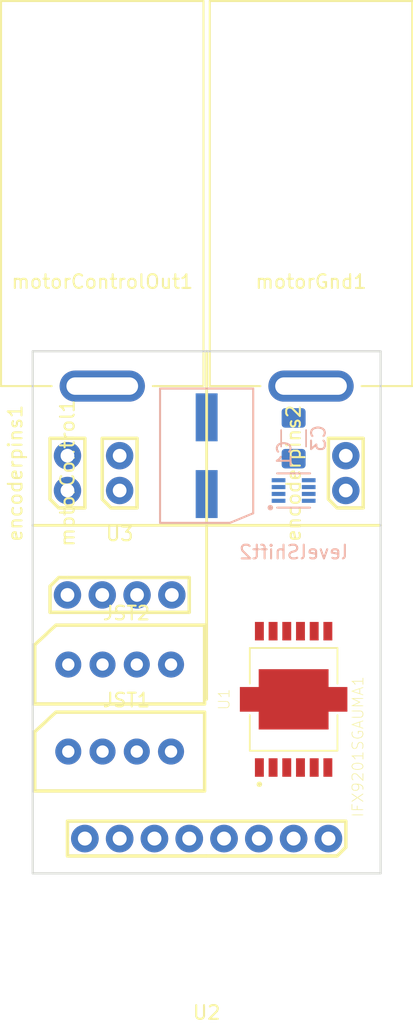
<source format=kicad_pcb>
(kicad_pcb (version 20171130) (host pcbnew "(5.0.2)-1")

  (general
    (thickness 1.6)
    (drawings 8)
    (tracks 0)
    (zones 0)
    (modules 13)
    (nets 20)
  )

  (page A4)
  (layers
    (0 F.Cu signal)
    (31 B.Cu signal)
    (32 B.Adhes user)
    (33 F.Adhes user)
    (34 B.Paste user)
    (35 F.Paste user)
    (36 B.SilkS user)
    (37 F.SilkS user)
    (38 B.Mask user)
    (39 F.Mask user)
    (40 Dwgs.User user)
    (41 Cmts.User user)
    (42 Eco1.User user)
    (43 Eco2.User user)
    (44 Edge.Cuts user)
    (45 Margin user)
    (46 B.CrtYd user)
    (47 F.CrtYd user)
    (48 B.Fab user)
    (49 F.Fab user)
  )

  (setup
    (last_trace_width 0.25)
    (trace_clearance 0.2)
    (zone_clearance 0.508)
    (zone_45_only no)
    (trace_min 0.2)
    (segment_width 0.2)
    (edge_width 0.15)
    (via_size 0.8)
    (via_drill 0.4)
    (via_min_size 0.4)
    (via_min_drill 0.3)
    (uvia_size 0.3)
    (uvia_drill 0.1)
    (uvias_allowed no)
    (uvia_min_size 0.2)
    (uvia_min_drill 0.1)
    (pcb_text_width 0.3)
    (pcb_text_size 1.5 1.5)
    (mod_edge_width 0.15)
    (mod_text_size 1 1)
    (mod_text_width 0.15)
    (pad_size 1.524 1.524)
    (pad_drill 0.762)
    (pad_to_mask_clearance 0.051)
    (solder_mask_min_width 0.25)
    (aux_axis_origin 0 0)
    (visible_elements 7FFFFFFF)
    (pcbplotparams
      (layerselection 0x010fc_ffffffff)
      (usegerberextensions false)
      (usegerberattributes false)
      (usegerberadvancedattributes false)
      (creategerberjobfile false)
      (excludeedgelayer true)
      (linewidth 0.100000)
      (plotframeref false)
      (viasonmask false)
      (mode 1)
      (useauxorigin false)
      (hpglpennumber 1)
      (hpglpenspeed 20)
      (hpglpendiameter 15.000000)
      (psnegative false)
      (psa4output false)
      (plotreference true)
      (plotvalue true)
      (plotinvisibletext false)
      (padsonsilk false)
      (subtractmaskfromsilk false)
      (outputformat 1)
      (mirror false)
      (drillshape 1)
      (scaleselection 1)
      (outputdirectory ""))
  )

  (net 0 "")
  (net 1 +14v8)
  (net 2 GND)
  (net 3 Motor1EncoderA)
  (net 4 Motor1EncoderB)
  (net 5 Motor1EncoderB_3v3)
  (net 6 Motor1EncoderA_3v3)
  (net 7 +5V)
  (net 8 +3V3)
  (net 9 motorDir1)
  (net 10 motorPwm1)
  (net 11 motorControlOut1)
  (net 12 motorGnd1)
  (net 13 mcuSO)
  (net 14 mcuSI)
  (net 15 CSN)
  (net 16 SCK)
  (net 17 sda)
  (net 18 scl)
  (net 19 +15V)

  (net_class Default "This is the default net class."
    (clearance 0.2)
    (trace_width 0.25)
    (via_dia 0.8)
    (via_drill 0.4)
    (uvia_dia 0.3)
    (uvia_drill 0.1)
    (add_net +14v8)
    (add_net +15V)
    (add_net +3V3)
    (add_net +5V)
    (add_net CSN)
    (add_net GND)
    (add_net Motor1EncoderA)
    (add_net Motor1EncoderA_3v3)
    (add_net Motor1EncoderB)
    (add_net Motor1EncoderB_3v3)
    (add_net SCK)
    (add_net mcuSI)
    (add_net mcuSO)
    (add_net motorControlOut1)
    (add_net motorDir1)
    (add_net motorGnd1)
    (add_net motorPwm1)
    (add_net scl)
    (add_net sda)
  )

  (module backplane:865080445010 (layer B.Cu) (tedit 5C391A44) (tstamp 5C55FDF6)
    (at 12.7 7.62 90)
    (path /5C449EED)
    (fp_text reference C1 (at 0.13 5.67 90) (layer B.SilkS)
      (effects (font (size 1 1) (thickness 0.15)) (justify mirror))
    )
    (fp_text value 100uF (at 0.15 4.23 90) (layer B.Fab)
      (effects (font (size 1 1) (thickness 0.15)) (justify mirror))
    )
    (fp_line (start 4.9 3.4) (end 4.9 -3.4) (layer B.SilkS) (width 0.15))
    (fp_line (start -4.2 -3.4) (end 4.9 -3.4) (layer B.SilkS) (width 0.15))
    (fp_line (start -4.9 1.7) (end -4.2 3.4) (layer B.SilkS) (width 0.15))
    (fp_line (start 4.9 3.4) (end -4.2 3.4) (layer B.SilkS) (width 0.15))
    (fp_line (start -4.9 1.7) (end -4.9 -3.4) (layer B.SilkS) (width 0.15))
    (fp_line (start -4.9 -3.4) (end -4.2 -3.4) (layer B.SilkS) (width 0.15))
    (fp_line (start 4.9 3.4) (end -3.5 3.4) (layer B.CrtYd) (width 0.15))
    (fp_line (start -3.5 3.4) (end -4.2 3.4) (layer B.CrtYd) (width 0.15))
    (fp_line (start -4.2 3.4) (end -4.9 1.7) (layer B.CrtYd) (width 0.15))
    (fp_line (start -4.9 1.7) (end -4.9 -3.4) (layer B.CrtYd) (width 0.15))
    (fp_line (start -4.9 -3.4) (end 4.9 -3.4) (layer B.CrtYd) (width 0.15))
    (fp_line (start 4.9 -3.4) (end 4.9 3.4) (layer B.CrtYd) (width 0.15))
    (pad 1 smd rect (at -2.8 0 90) (size 3.5 1.6) (layers B.Cu B.Paste B.Mask)
      (net 1 +14v8))
    (pad 2 smd rect (at 2.8 0 90) (size 3.5 1.6) (layers B.Cu B.Paste B.Mask)
      (net 2 GND))
  )

  (module Capacitor_SMD:C_1206_3216Metric_Pad1.42x1.75mm_HandSolder (layer B.Cu) (tedit 5B301BBE) (tstamp 5C55FE07)
    (at 19.05 6.35 90)
    (descr "Capacitor SMD 1206 (3216 Metric), square (rectangular) end terminal, IPC_7351 nominal with elongated pad for handsoldering. (Body size source: http://www.tortai-tech.com/upload/download/2011102023233369053.pdf), generated with kicad-footprint-generator")
    (tags "capacitor handsolder")
    (path /5C44A12B)
    (attr smd)
    (fp_text reference C3 (at 0 1.82 90) (layer B.SilkS)
      (effects (font (size 1 1) (thickness 0.15)) (justify mirror))
    )
    (fp_text value 100nF (at 0 -1.82 90) (layer B.Fab)
      (effects (font (size 1 1) (thickness 0.15)) (justify mirror))
    )
    (fp_line (start -1.6 -0.8) (end -1.6 0.8) (layer B.Fab) (width 0.1))
    (fp_line (start -1.6 0.8) (end 1.6 0.8) (layer B.Fab) (width 0.1))
    (fp_line (start 1.6 0.8) (end 1.6 -0.8) (layer B.Fab) (width 0.1))
    (fp_line (start 1.6 -0.8) (end -1.6 -0.8) (layer B.Fab) (width 0.1))
    (fp_line (start -0.602064 0.91) (end 0.602064 0.91) (layer B.SilkS) (width 0.12))
    (fp_line (start -0.602064 -0.91) (end 0.602064 -0.91) (layer B.SilkS) (width 0.12))
    (fp_line (start -2.45 -1.12) (end -2.45 1.12) (layer B.CrtYd) (width 0.05))
    (fp_line (start -2.45 1.12) (end 2.45 1.12) (layer B.CrtYd) (width 0.05))
    (fp_line (start 2.45 1.12) (end 2.45 -1.12) (layer B.CrtYd) (width 0.05))
    (fp_line (start 2.45 -1.12) (end -2.45 -1.12) (layer B.CrtYd) (width 0.05))
    (fp_text user %R (at 0 0 90) (layer B.Fab)
      (effects (font (size 0.8 0.8) (thickness 0.12)) (justify mirror))
    )
    (pad 1 smd roundrect (at -1.4875 0 90) (size 1.425 1.75) (layers B.Cu B.Paste B.Mask) (roundrect_rratio 0.175439)
      (net 1 +14v8))
    (pad 2 smd roundrect (at 1.4875 0 90) (size 1.425 1.75) (layers B.Cu B.Paste B.Mask) (roundrect_rratio 0.175439)
      (net 2 GND))
    (model ${KISYS3DMOD}/Capacitor_SMD.3dshapes/C_1206_3216Metric.wrl
      (at (xyz 0 0 0))
      (scale (xyz 1 1 1))
      (rotate (xyz 0 0 0))
    )
  )

  (module backplane:PREC002SAAN-RC (layer F.Cu) (tedit 5C38EEBD) (tstamp 5C55FE17)
    (at 1.27 8.89 90)
    (path /5C4C6E55)
    (fp_text reference encoderpins1 (at 0 -2.54 90) (layer F.SilkS)
      (effects (font (size 1 1) (thickness 0.15)))
    )
    (fp_text value PREC002SAAN-RC (at 0.635 -1.016 90) (layer F.Fab)
      (effects (font (size 1 1) (thickness 0.15)))
    )
    (fp_line (start 2.54 0) (end 2.54 2.54) (layer F.SilkS) (width 0.25))
    (fp_line (start 2.54 2.54) (end -2.54 2.54) (layer F.SilkS) (width 0.25))
    (fp_line (start -2.54 2.54) (end -2.54 0.635) (layer F.SilkS) (width 0.25))
    (fp_line (start 2.54 0) (end -1.905 0) (layer F.SilkS) (width 0.25))
    (fp_line (start -1.905 0) (end -2.54 0.635) (layer F.SilkS) (width 0.25))
    (fp_line (start -1.905 0) (end 2.54 0) (layer F.CrtYd) (width 0.25))
    (fp_line (start 2.54 0) (end 2.54 2.54) (layer F.CrtYd) (width 0.25))
    (fp_line (start 2.54 2.54) (end -2.54 2.54) (layer F.CrtYd) (width 0.25))
    (fp_line (start -2.54 2.54) (end -2.54 0.635) (layer F.CrtYd) (width 0.25))
    (fp_line (start -1.905 0) (end -2.54 0.635) (layer F.CrtYd) (width 0.25))
    (pad 1 thru_hole circle (at -1.27 1.27 90) (size 2 2) (drill 1) (layers *.Cu *.Mask)
      (net 3 Motor1EncoderA))
    (pad 2 thru_hole circle (at 1.27 1.27 90) (size 2 2) (drill 1) (layers *.Cu *.Mask)
      (net 4 Motor1EncoderB))
  )

  (module backplane:PREC002SAAN-RC (layer F.Cu) (tedit 5C38EEBD) (tstamp 5C55FE27)
    (at 21.59 8.89 90)
    (path /5C4D0A4E)
    (fp_text reference encoderpins2 (at 0 -2.54 90) (layer F.SilkS)
      (effects (font (size 1 1) (thickness 0.15)))
    )
    (fp_text value PREC002SAAN-RC (at 0.635 -1.016 90) (layer F.Fab)
      (effects (font (size 1 1) (thickness 0.15)))
    )
    (fp_line (start -1.905 0) (end -2.54 0.635) (layer F.CrtYd) (width 0.25))
    (fp_line (start -2.54 2.54) (end -2.54 0.635) (layer F.CrtYd) (width 0.25))
    (fp_line (start 2.54 2.54) (end -2.54 2.54) (layer F.CrtYd) (width 0.25))
    (fp_line (start 2.54 0) (end 2.54 2.54) (layer F.CrtYd) (width 0.25))
    (fp_line (start -1.905 0) (end 2.54 0) (layer F.CrtYd) (width 0.25))
    (fp_line (start -1.905 0) (end -2.54 0.635) (layer F.SilkS) (width 0.25))
    (fp_line (start 2.54 0) (end -1.905 0) (layer F.SilkS) (width 0.25))
    (fp_line (start -2.54 2.54) (end -2.54 0.635) (layer F.SilkS) (width 0.25))
    (fp_line (start 2.54 2.54) (end -2.54 2.54) (layer F.SilkS) (width 0.25))
    (fp_line (start 2.54 0) (end 2.54 2.54) (layer F.SilkS) (width 0.25))
    (pad 2 thru_hole circle (at 1.27 1.27 90) (size 2 2) (drill 1) (layers *.Cu *.Mask)
      (net 5 Motor1EncoderB_3v3))
    (pad 1 thru_hole circle (at -1.27 1.27 90) (size 2 2) (drill 1) (layers *.Cu *.Mask)
      (net 6 Motor1EncoderA_3v3))
  )

  (module backplane:B4B-XH-A (layer F.Cu) (tedit 5C38E8D6) (tstamp 5C55FE3C)
    (at 6.35 29.21)
    (path /5C37AFB3)
    (fp_text reference JST1 (at 0.5 -3.75) (layer F.SilkS)
      (effects (font (size 1 1) (thickness 0.15)))
    )
    (fp_text value B4B-XH-A (at 0 3.75) (layer F.Fab)
      (effects (font (size 1 1) (thickness 0.15)))
    )
    (fp_line (start -4.65 -2.875) (end 6.2 -2.875) (layer F.SilkS) (width 0.25))
    (fp_line (start -6.2 -1.4375) (end -4.65 -2.875) (layer F.SilkS) (width 0.25))
    (fp_line (start -6.2 2.875) (end -6.2 -1.4375) (layer F.SilkS) (width 0.25))
    (fp_line (start 6.2 2.875) (end -6.2 2.875) (layer F.SilkS) (width 0.25))
    (fp_line (start 6.2 -2.875) (end 6.2 2.875) (layer F.SilkS) (width 0.25))
    (fp_line (start -4.65 -2.875) (end -6.2 -1.4375) (layer F.CrtYd) (width 0.25))
    (fp_line (start -3.1 -2.875) (end -4.65 -2.875) (layer F.CrtYd) (width 0.25))
    (fp_line (start 6.2 -2.875) (end -3.1 -2.875) (layer F.CrtYd) (width 0.25))
    (fp_line (start -6.2 2.875) (end -6.2 -1.4375) (layer F.CrtYd) (width 0.25))
    (fp_line (start 6.2 2.875) (end -6.2 2.875) (layer F.CrtYd) (width 0.25))
    (fp_line (start 6.2 1.4375) (end 6.2 2.875) (layer F.CrtYd) (width 0.25))
    (fp_line (start 6.2 -1.4375) (end 6.2 1.4375) (layer F.CrtYd) (width 0.25))
    (fp_line (start 6.2 -2.875) (end 6.2 -1.4375) (layer F.CrtYd) (width 0.25))
    (pad 4 thru_hole circle (at 3.75 0) (size 1.9 1.9) (drill 0.9) (layers *.Cu *.Mask)
      (net 4 Motor1EncoderB))
    (pad 3 thru_hole circle (at 1.25 0) (size 1.9 1.9) (drill 0.9) (layers *.Cu *.Mask)
      (net 3 Motor1EncoderA))
    (pad 2 thru_hole circle (at -1.25 0) (size 1.9 1.9) (drill 0.9) (layers *.Cu *.Mask)
      (net 7 +5V))
    (pad 1 thru_hole circle (at -3.75 0) (size 1.9 1.9) (drill 0.9) (layers *.Cu *.Mask)
      (net 2 GND))
  )

  (module backplane:B4B-XH-A (layer F.Cu) (tedit 5C38E8D6) (tstamp 5C4A1149)
    (at 6.35 22.86)
    (path /5C3164AB)
    (fp_text reference JST2 (at 0.5 -3.75) (layer F.SilkS)
      (effects (font (size 1 1) (thickness 0.15)))
    )
    (fp_text value B4B-XH-A (at 0 3.75) (layer F.Fab)
      (effects (font (size 1 1) (thickness 0.15)))
    )
    (fp_line (start 6.2 -2.875) (end 6.2 -1.4375) (layer F.CrtYd) (width 0.25))
    (fp_line (start 6.2 -1.4375) (end 6.2 1.4375) (layer F.CrtYd) (width 0.25))
    (fp_line (start 6.2 1.4375) (end 6.2 2.875) (layer F.CrtYd) (width 0.25))
    (fp_line (start 6.2 2.875) (end -6.2 2.875) (layer F.CrtYd) (width 0.25))
    (fp_line (start -6.2 2.875) (end -6.2 -1.4375) (layer F.CrtYd) (width 0.25))
    (fp_line (start 6.2 -2.875) (end -3.1 -2.875) (layer F.CrtYd) (width 0.25))
    (fp_line (start -3.1 -2.875) (end -4.65 -2.875) (layer F.CrtYd) (width 0.25))
    (fp_line (start -4.65 -2.875) (end -6.2 -1.4375) (layer F.CrtYd) (width 0.25))
    (fp_line (start 6.2 -2.875) (end 6.2 2.875) (layer F.SilkS) (width 0.25))
    (fp_line (start 6.2 2.875) (end -6.2 2.875) (layer F.SilkS) (width 0.25))
    (fp_line (start -6.2 2.875) (end -6.2 -1.4375) (layer F.SilkS) (width 0.25))
    (fp_line (start -6.2 -1.4375) (end -4.65 -2.875) (layer F.SilkS) (width 0.25))
    (fp_line (start -4.65 -2.875) (end 6.2 -2.875) (layer F.SilkS) (width 0.25))
    (pad 1 thru_hole circle (at -3.75 0) (size 1.9 1.9) (drill 0.9) (layers *.Cu *.Mask)
      (net 7 +5V))
    (pad 2 thru_hole circle (at -1.25 0) (size 1.9 1.9) (drill 0.9) (layers *.Cu *.Mask)
      (net 2 GND))
    (pad 3 thru_hole circle (at 1.25 0) (size 1.9 1.9) (drill 0.9) (layers *.Cu *.Mask)
      (net 3 Motor1EncoderA))
    (pad 4 thru_hole circle (at 3.75 0) (size 1.9 1.9) (drill 0.9) (layers *.Cu *.Mask)
      (net 4 Motor1EncoderB))
  )

  (module backplane:74LVCH2T45DC,125 (layer B.Cu) (tedit 5C32829F) (tstamp 5C55FE60)
    (at 19.05 10.16)
    (path /5C50CE3B)
    (fp_text reference levelShift2 (at 0 4.5) (layer B.SilkS)
      (effects (font (size 1 1) (thickness 0.15)) (justify mirror))
    )
    (fp_text value 74LVCH2T45DC,125 (at 0 2.5) (layer B.Fab)
      (effects (font (size 1 1) (thickness 0.15)) (justify mirror))
    )
    (fp_line (start -1.2 1.25) (end 1.2 1.25) (layer B.SilkS) (width 0.15))
    (fp_line (start -1.2 -1.25) (end 1.2 -1.25) (layer B.SilkS) (width 0.15))
    (fp_circle (center -1.7 1.25) (end -1.6 1.25) (layer B.SilkS) (width 0.2))
    (pad 1 smd rect (at -1.1 0.75) (size 1 0.3) (layers B.Cu B.Paste B.Mask)
      (net 7 +5V))
    (pad 2 smd rect (at -1.1 0.25) (size 1 0.3) (layers B.Cu B.Paste B.Mask)
      (net 3 Motor1EncoderA))
    (pad 3 smd rect (at -1.1 -0.25) (size 1 0.3) (layers B.Cu B.Paste B.Mask)
      (net 4 Motor1EncoderB))
    (pad 4 smd rect (at -1.1 -0.75) (size 1 0.3) (layers B.Cu B.Paste B.Mask)
      (net 2 GND))
    (pad 5 smd rect (at 1.1 -0.75) (size 1 0.3) (layers B.Cu B.Paste B.Mask)
      (net 8 +3V3))
    (pad 6 smd rect (at 1.1 -0.25) (size 1 0.3) (layers B.Cu B.Paste B.Mask)
      (net 5 Motor1EncoderB_3v3))
    (pad 7 smd rect (at 1.1 0.25) (size 1 0.3) (layers B.Cu B.Paste B.Mask)
      (net 6 Motor1EncoderA_3v3))
    (pad 8 smd rect (at 1.1 0.75) (size 1 0.3) (layers B.Cu B.Paste B.Mask)
      (net 8 +3V3))
  )

  (module backplane:PREC002SAAN-RC (layer F.Cu) (tedit 5C38EEBD) (tstamp 5C55FE70)
    (at 5.08 8.89 90)
    (path /5C3C7094)
    (fp_text reference motorControl1 (at 0 -2.54 90) (layer F.SilkS)
      (effects (font (size 1 1) (thickness 0.15)))
    )
    (fp_text value PREC002SAAN-RC (at 0.635 -1.016 90) (layer F.Fab)
      (effects (font (size 1 1) (thickness 0.15)))
    )
    (fp_line (start 2.54 0) (end 2.54 2.54) (layer F.SilkS) (width 0.25))
    (fp_line (start 2.54 2.54) (end -2.54 2.54) (layer F.SilkS) (width 0.25))
    (fp_line (start -2.54 2.54) (end -2.54 0.635) (layer F.SilkS) (width 0.25))
    (fp_line (start 2.54 0) (end -1.905 0) (layer F.SilkS) (width 0.25))
    (fp_line (start -1.905 0) (end -2.54 0.635) (layer F.SilkS) (width 0.25))
    (fp_line (start -1.905 0) (end 2.54 0) (layer F.CrtYd) (width 0.25))
    (fp_line (start 2.54 0) (end 2.54 2.54) (layer F.CrtYd) (width 0.25))
    (fp_line (start 2.54 2.54) (end -2.54 2.54) (layer F.CrtYd) (width 0.25))
    (fp_line (start -2.54 2.54) (end -2.54 0.635) (layer F.CrtYd) (width 0.25))
    (fp_line (start -1.905 0) (end -2.54 0.635) (layer F.CrtYd) (width 0.25))
    (pad 1 thru_hole circle (at -1.27 1.27 90) (size 2 2) (drill 1) (layers *.Cu *.Mask)
      (net 9 motorDir1))
    (pad 2 thru_hole circle (at 1.27 1.27 90) (size 2 2) (drill 1) (layers *.Cu *.Mask)
      (net 10 motorPwm1))
  )

  (module backplane:1336G1 (layer F.Cu) (tedit 5C37E018) (tstamp 5C55FE7F)
    (at 5.08 2.54)
    (path /5C384A12)
    (fp_text reference motorControlOut1 (at 0 -7.62) (layer F.SilkS)
      (effects (font (size 1 1) (thickness 0.15)))
    )
    (fp_text value 1336G1 (at 0 -5.08) (layer F.Fab)
      (effects (font (size 1 1) (thickness 0.15)))
    )
    (fp_line (start -7.39 0) (end -3.695 0) (layer F.CrtYd) (width 0.15))
    (fp_line (start 7.39 0) (end 3.695 0) (layer F.CrtYd) (width 0.15))
    (fp_line (start -7.39 0) (end -3.695 0) (layer F.SilkS) (width 0.15))
    (fp_line (start 7.39 0) (end 3.695 0) (layer F.SilkS) (width 0.15))
    (fp_line (start -7.39 0) (end -7.39 -28.1) (layer F.SilkS) (width 0.15))
    (fp_line (start -7.39 -28.1) (end 7.39 -28.1) (layer F.SilkS) (width 0.15))
    (fp_line (start 7.39 -28.1) (end 7.39 0) (layer F.SilkS) (width 0.15))
    (fp_line (start -7.39 0) (end -7.39 -28.1) (layer F.CrtYd) (width 0.15))
    (fp_line (start -7.39 -28.1) (end 7.39 -28.1) (layer F.CrtYd) (width 0.15))
    (fp_line (start 7.39 -28.1) (end 7.39 0) (layer F.CrtYd) (width 0.15))
    (pad 1 thru_hole oval (at 0 0) (size 6.23 2.27) (drill oval 5.23 1.27) (layers *.Cu *.Mask)
      (net 11 motorControlOut1))
  )

  (module backplane:1336G1 (layer F.Cu) (tedit 5C37E018) (tstamp 5C560137)
    (at 20.32 2.54)
    (path /5C3B2EA6)
    (fp_text reference motorGnd1 (at 0 -7.62) (layer F.SilkS)
      (effects (font (size 1 1) (thickness 0.15)))
    )
    (fp_text value 1336G1 (at 0 -5.08) (layer F.Fab)
      (effects (font (size 1 1) (thickness 0.15)))
    )
    (fp_line (start 7.39 -28.1) (end 7.39 0) (layer F.CrtYd) (width 0.15))
    (fp_line (start -7.39 -28.1) (end 7.39 -28.1) (layer F.CrtYd) (width 0.15))
    (fp_line (start -7.39 0) (end -7.39 -28.1) (layer F.CrtYd) (width 0.15))
    (fp_line (start 7.39 -28.1) (end 7.39 0) (layer F.SilkS) (width 0.15))
    (fp_line (start -7.39 -28.1) (end 7.39 -28.1) (layer F.SilkS) (width 0.15))
    (fp_line (start -7.39 0) (end -7.39 -28.1) (layer F.SilkS) (width 0.15))
    (fp_line (start 7.39 0) (end 3.695 0) (layer F.SilkS) (width 0.15))
    (fp_line (start -7.39 0) (end -3.695 0) (layer F.SilkS) (width 0.15))
    (fp_line (start 7.39 0) (end 3.695 0) (layer F.CrtYd) (width 0.15))
    (fp_line (start -7.39 0) (end -3.695 0) (layer F.CrtYd) (width 0.15))
    (pad 1 thru_hole oval (at 0 0) (size 6.23 2.27) (drill oval 5.23 1.27) (layers *.Cu *.Mask)
      (net 12 motorGnd1))
  )

  (module backplane:IFX9201SGAUMA1 (layer F.Cu) (tedit 5C3684D3) (tstamp 5C55FEB5)
    (at 19.05 25.4 90)
    (path /5C375057)
    (attr smd)
    (fp_text reference U1 (at 0 -5.08 90) (layer F.SilkS)
      (effects (font (size 0.8 0.8) (thickness 0.05)))
    )
    (fp_text value IFX9201SGAUMA1 (at -3.46 4.692 90) (layer F.SilkS)
      (effects (font (size 0.8 0.8) (thickness 0.05)))
    )
    (fp_poly (pts (xy 0.8 -3.8) (xy 0.8 -2.85) (xy -0.8 -2.85) (xy -0.8 -3.8)) (layer F.Paste) (width 0))
    (fp_poly (pts (xy 2.1 -2.45) (xy 2.1 -0.2) (xy 0.2 -0.2) (xy 0.2 -2.45)) (layer F.Paste) (width 0))
    (fp_poly (pts (xy -0.2 -2.45) (xy -0.2 -0.2) (xy -2.1 -0.2) (xy -2.1 -2.45)) (layer F.Paste) (width 0))
    (fp_poly (pts (xy 2.1 0.2) (xy 2.1 2.45) (xy 0.2 2.45) (xy 0.2 0.2)) (layer F.Paste) (width 0))
    (fp_poly (pts (xy -0.2 0.2) (xy -0.2 2.45) (xy -2.1 2.45) (xy -2.1 0.2)) (layer F.Paste) (width 0))
    (fp_poly (pts (xy 0.8 2.85) (xy 0.8 3.8) (xy -0.8 3.8) (xy -0.8 2.85)) (layer F.Paste) (width 0))
    (fp_line (start 3.75 -3.2) (end 3.75 3.2) (layer Dwgs.User) (width 0.127))
    (fp_line (start -3.75 3.2) (end -3.75 -3.2) (layer Dwgs.User) (width 0.127))
    (fp_line (start 3.75 -3.2) (end 1.15 -3.2) (layer F.SilkS) (width 0.127))
    (fp_line (start -3.75 -3.2) (end -1.15 -3.2) (layer F.SilkS) (width 0.127))
    (fp_line (start 3.75 3.2) (end 1.15 3.2) (layer F.SilkS) (width 0.127))
    (fp_line (start -3.75 3.2) (end -1.15 3.2) (layer F.SilkS) (width 0.127))
    (fp_line (start -5.9 -4.15) (end 5.9 -4.15) (layer Eco1.User) (width 0.05))
    (fp_line (start 5.9 -4.15) (end 5.9 4.15) (layer Eco1.User) (width 0.05))
    (fp_line (start 5.9 4.15) (end -5.9 4.15) (layer Eco1.User) (width 0.05))
    (fp_line (start -5.9 4.15) (end -5.9 -4.15) (layer Eco1.User) (width 0.05))
    (fp_circle (center -6.2 -2.5) (end -6.1 -2.5) (layer F.SilkS) (width 0.2))
    (fp_circle (center -6.2 -2.5) (end -6.1 -2.5) (layer Dwgs.User) (width 0.2))
    (fp_line (start -3.75 3.2) (end -3.75 -3.2) (layer F.SilkS) (width 0.127))
    (fp_line (start 3.75 -3.2) (end 3.75 3.2) (layer F.SilkS) (width 0.127))
    (pad 1 smd rect (at -4.975 -2.5 90) (size 1.35 0.65) (layers F.Cu F.Paste F.Mask)
      (net 9 motorDir1))
    (pad 13 smd rect (at 0 0 270) (size 4.4 5.1) (layers F.Cu F.Paste F.Mask)
      (net 2 GND))
    (pad 13 smd rect (at 0 -3.225 180) (size 1.4 1.8) (layers F.Cu F.Paste F.Mask)
      (net 2 GND))
    (pad 2 smd rect (at -4.975 -1.5 90) (size 1.35 0.65) (layers F.Cu F.Paste F.Mask)
      (net 8 +3V3))
    (pad 3 smd rect (at -4.975 -0.5 90) (size 1.35 0.65) (layers F.Cu F.Paste F.Mask)
      (net 13 mcuSO))
    (pad 4 smd rect (at -4.975 0.5 90) (size 1.35 0.65) (layers F.Cu F.Paste F.Mask)
      (net 1 +14v8))
    (pad 5 smd rect (at -4.975 1.5 90) (size 1.35 0.65) (layers F.Cu F.Paste F.Mask)
      (net 11 motorControlOut1))
    (pad 6 smd rect (at -4.975 2.5 90) (size 1.35 0.65) (layers F.Cu F.Paste F.Mask)
      (net 2 GND))
    (pad 7 smd rect (at 4.975 2.5 270) (size 1.35 0.65) (layers F.Cu F.Paste F.Mask)
      (net 12 motorGnd1))
    (pad 8 smd rect (at 4.975 1.5 270) (size 1.35 0.65) (layers F.Cu F.Paste F.Mask)
      (net 14 mcuSI))
    (pad 9 smd rect (at 4.975 0.5 270) (size 1.35 0.65) (layers F.Cu F.Paste F.Mask)
      (net 15 CSN))
    (pad 10 smd rect (at 4.975 -0.5 270) (size 1.35 0.65) (layers F.Cu F.Paste F.Mask)
      (net 16 SCK))
    (pad 11 smd rect (at 4.975 -1.5 270) (size 1.35 0.65) (layers F.Cu F.Paste F.Mask)
      (net 2 GND))
    (pad 12 smd rect (at 4.975 -2.5 270) (size 1.35 0.65) (layers F.Cu F.Paste F.Mask)
      (net 10 motorPwm1))
    (pad 13 smd rect (at 0 3.225 180) (size 1.4 1.8) (layers F.Cu F.Paste F.Mask)
      (net 2 GND))
  )

  (module backplane:PREC004SAAN-RC (layer F.Cu) (tedit 5C38E636) (tstamp 5C55FEC9)
    (at 6.35 17.78)
    (path /5C39E9EB)
    (fp_text reference U3 (at 0 -4.445) (layer F.SilkS)
      (effects (font (size 1 1) (thickness 0.15)))
    )
    (fp_text value PREC004SAAN-RC (at 0.635 -2.54) (layer F.Fab)
      (effects (font (size 1 1) (thickness 0.15)))
    )
    (fp_line (start -3.81 -1.27) (end 5.08 -1.27) (layer F.SilkS) (width 0.25))
    (fp_line (start 5.08 -1.27) (end 5.08 1.27) (layer F.SilkS) (width 0.25))
    (fp_line (start 5.08 1.27) (end -5.08 1.27) (layer F.SilkS) (width 0.25))
    (fp_line (start -5.08 1.27) (end -5.08 0) (layer F.SilkS) (width 0.25))
    (fp_line (start -5.08 0) (end -5.08 -0.635) (layer F.SilkS) (width 0.25))
    (fp_line (start -5.08 -0.635) (end -4.445 -1.27) (layer F.SilkS) (width 0.25))
    (fp_line (start -4.445 -1.27) (end -3.81 -1.27) (layer F.SilkS) (width 0.25))
    (fp_line (start 5.08 -1.27) (end -4.445 -1.27) (layer F.CrtYd) (width 0.25))
    (fp_line (start -4.445 -1.27) (end -5.08 -0.635) (layer F.CrtYd) (width 0.25))
    (fp_line (start -5.08 -0.635) (end -5.08 1.27) (layer F.CrtYd) (width 0.25))
    (fp_line (start -5.08 1.27) (end 5.08 1.27) (layer F.CrtYd) (width 0.25))
    (fp_line (start 5.08 1.27) (end 5.08 -1.27) (layer F.CrtYd) (width 0.25))
    (pad 1 thru_hole circle (at -3.81 0) (size 2 2) (drill 1) (layers *.Cu *.Mask)
      (net 13 mcuSO))
    (pad 2 thru_hole circle (at -1.27 0) (size 2 2) (drill 1) (layers *.Cu *.Mask)
      (net 14 mcuSI))
    (pad 3 thru_hole circle (at 1.27 0) (size 2 2) (drill 1) (layers *.Cu *.Mask)
      (net 15 CSN))
    (pad 4 thru_hole circle (at 3.81 0) (size 2 2) (drill 1) (layers *.Cu *.Mask)
      (net 16 SCK))
  )

  (module backplane:TSW-108-08-T-S-RA (layer F.Cu) (tedit 5C3D6F02) (tstamp 5C4A0FE6)
    (at 12.7 35.56 180)
    (path /5C555696)
    (fp_text reference U2 (at 0 -12.7 180) (layer F.SilkS)
      (effects (font (size 1 1) (thickness 0.15)))
    )
    (fp_text value TSW-108-08-T-S-RA (at 0 -10.795 180) (layer F.Fab)
      (effects (font (size 1 1) (thickness 0.15)))
    )
    (fp_line (start 0 1.27) (end -10.16 1.27) (layer F.SilkS) (width 0.25))
    (fp_line (start -10.16 1.27) (end -10.16 -0.635) (layer F.SilkS) (width 0.25))
    (fp_line (start -10.16 -0.635) (end -9.525 -1.27) (layer F.SilkS) (width 0.25))
    (fp_line (start -9.525 -1.27) (end 0 -1.27) (layer F.SilkS) (width 0.25))
    (fp_line (start -10.415 0) (end -10.415 -9.88) (layer F.CrtYd) (width 0.25))
    (fp_line (start -10.415 -9.88) (end 10.415 -9.88) (layer F.CrtYd) (width 0.25))
    (fp_line (start 10.415 0) (end 10.415 -9.88) (layer F.CrtYd) (width 0.25))
    (fp_line (start 0 -1.27) (end 10.16 -1.27) (layer F.SilkS) (width 0.25))
    (fp_line (start 10.16 -1.27) (end 10.16 1.27) (layer F.SilkS) (width 0.25))
    (fp_line (start 10.16 1.27) (end 0 1.27) (layer F.SilkS) (width 0.25))
    (fp_line (start -10.415 0) (end -10.415 1.27) (layer F.CrtYd) (width 0.25))
    (fp_line (start -10.415 1.27) (end 10.415 1.27) (layer F.CrtYd) (width 0.25))
    (fp_line (start 10.415 1.27) (end 10.415 0) (layer F.CrtYd) (width 0.25))
    (pad 1 thru_hole circle (at -8.89 0 180) (size 2.02 2.02) (drill 1.02) (layers *.Cu *.Mask)
      (net 17 sda))
    (pad 2 thru_hole circle (at -6.35 0 180) (size 2.02 2.02) (drill 1.02) (layers *.Cu *.Mask)
      (net 18 scl))
    (pad 3 thru_hole circle (at -3.81 0 180) (size 2.02 2.02) (drill 1.02) (layers *.Cu *.Mask)
      (net 19 +15V))
    (pad 4 thru_hole circle (at -1.27 0 180) (size 2.02 2.02) (drill 1.02) (layers *.Cu *.Mask)
      (net 19 +15V))
    (pad 5 thru_hole circle (at 1.27 0 180) (size 2.02 2.02) (drill 1.02) (layers *.Cu *.Mask)
      (net 7 +5V))
    (pad 6 thru_hole circle (at 3.81 0 180) (size 2.02 2.02) (drill 1.02) (layers *.Cu *.Mask)
      (net 8 +3V3))
    (pad 7 thru_hole circle (at 6.35 0 180) (size 2.02 2.02) (drill 1.02) (layers *.Cu *.Mask)
      (net 2 GND))
    (pad 8 thru_hole circle (at 8.89 0 180) (size 2.02 2.02) (drill 1.02) (layers *.Cu *.Mask)
      (net 2 GND))
  )

  (gr_line (start 25.4 38.1) (end 25.4 25.4) (layer Edge.Cuts) (width 0.15))
  (gr_line (start 0 38.1) (end 25.4 38.1) (layer Edge.Cuts) (width 0.15))
  (gr_line (start 0 25.4) (end 0 38.1) (layer Edge.Cuts) (width 0.15))
  (gr_line (start 0 12.7) (end 25.4 12.7) (layer F.SilkS) (width 0.2))
  (gr_line (start 12.7 0) (end 12.7 25.4) (layer F.SilkS) (width 0.2))
  (gr_line (start 25.4 0) (end 25.4 25.4) (layer Edge.Cuts) (width 0.15))
  (gr_line (start 0 0) (end 0 25.4) (layer Edge.Cuts) (width 0.15))
  (gr_line (start 0 0) (end 25.4 0) (layer Edge.Cuts) (width 0.15))

)

</source>
